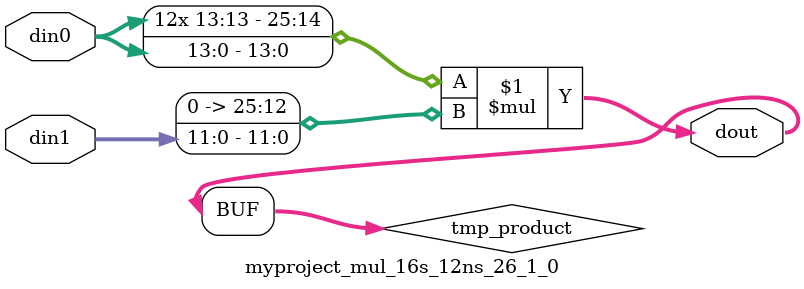
<source format=v>

`timescale 1 ns / 1 ps

  module myproject_mul_16s_12ns_26_1_0(din0, din1, dout);
parameter ID = 1;
parameter NUM_STAGE = 0;
parameter din0_WIDTH = 14;
parameter din1_WIDTH = 12;
parameter dout_WIDTH = 26;

input [din0_WIDTH - 1 : 0] din0; 
input [din1_WIDTH - 1 : 0] din1; 
output [dout_WIDTH - 1 : 0] dout;

wire signed [dout_WIDTH - 1 : 0] tmp_product;












assign tmp_product = $signed(din0) * $signed({1'b0, din1});









assign dout = tmp_product;







endmodule

</source>
